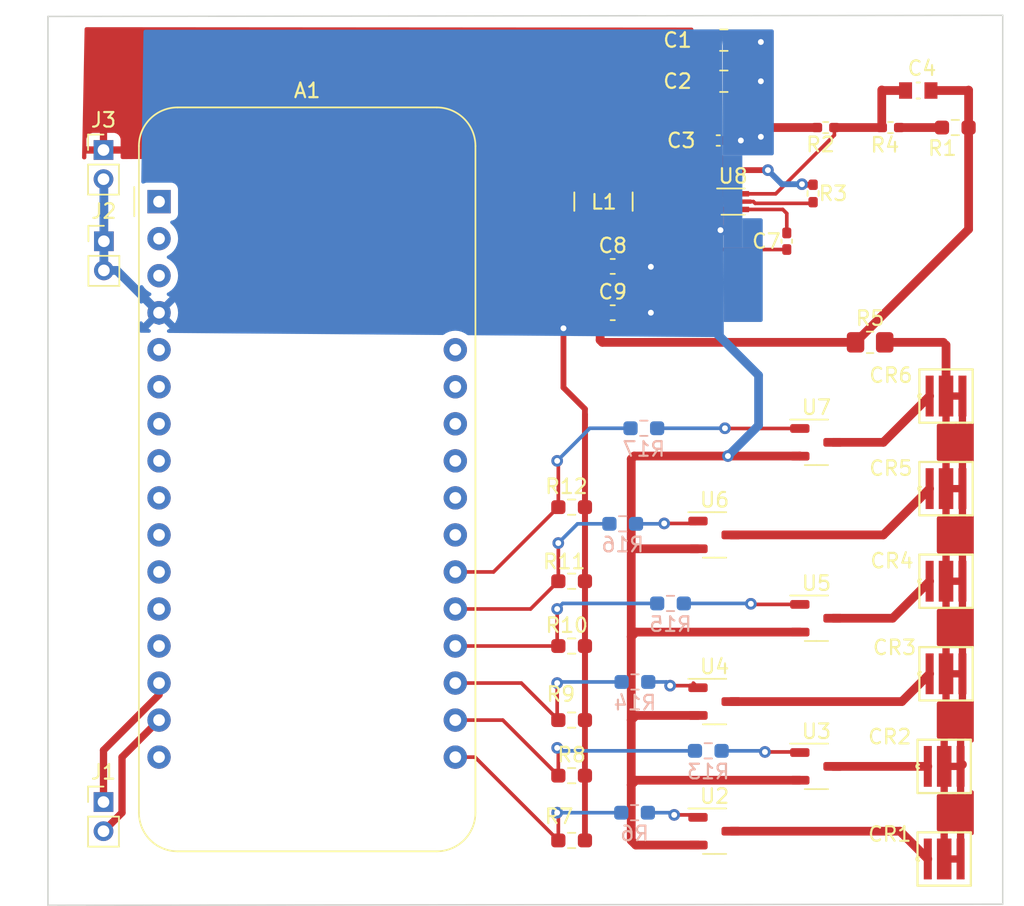
<source format=kicad_pcb>
(kicad_pcb (version 20221018) (generator pcbnew)
  (layers (0 "F.Cu" signal) (31 "B.Cu" signal) (34 "B.Paste" user) (35 "F.Paste" user) (36 "B.SilkS" user "B.Silkscreen") (37 "F.SilkS" user "F.Silkscreen") (38 "B.Mask" user) (39 "F.Mask" user) (44 "Edge.Cuts" user))
  (net 0 "")
  (net 4 "GND")
  (net 14 "RX")
  (net 15 "TX")
  (net 17 "GPIO_5")
  (net 18 "GPIO_2")
  (net 19 "GPIO_16")
  (net 20 "GPIO_0")
  (net 21 "GPIO_15")
  (net 27 "9V")
  (net 28 "GPIO_4")
  (net 29 "LED_IN")
  (net 30 "Net-(U2-D)")
  (net 31 "Net-(U3-D)")
  (net 32 "Net-(U4-D)")
  (net 33 "Net-(U5-D)")
  (net 34 "Net-(U6-D)")
  (net 35 "Net-(U7-D)")
  (net 36 "Net-(U8-SW)")
  (net 37 "Net-(U8-BST)")
  (net 38 "Net-(R1-Pad1)")
  (net 39 "Net-(U8-FB)")
  (net 40 "Net-(U8-EN)")
  (net 42 "V_OUT")
  (net 43 "GPIO_4_OUT")
  (net 44 "GPIO_5_OUT")
  (net 45 "GPIO_2_OUT")
  (net 46 "GPIO_16_OUT")
  (net 47 "GPIO_0_OUT")
  (net 48 "GPIO_15_OUT")
  (footprint "footprints:CAPC1810X80N" (layer "F.Cu") (at 73.5643 19.2278 180)
    (fp_text reference "C4" (at -0.254 1.524) (layer "F.SilkS"))
    (fp_text value "20 uF")
    (pad "1" smd rect (at -0.87 0 180) (size 0.89 1.13) (layers "F.Cu" "F.Paste" "F.Mask") (net 42 "V_OUT"))
    (pad "2" smd rect (at 0.87 0 180) (size 0.89 1.13) (layers "F.Cu" "F.Paste" "F.Mask") (net 39 "Net-(U8-FB)"))
  )
  (footprint "Resistor_SMD:R_0402_1005Metric_Pad0.72x0.64mm_HandSolder" (layer "F.Cu") (at 71.6593 21.7678 180)
    (fp_text reference "R4" (at 0.381 -1.1938) (layer "F.SilkS"))
    (fp_text value "30 kOhm")
    (pad "1" smd roundrect (at -0.5975 0 180) (size 0.715 0.64) (layers "F.Cu" "F.Paste" "F.Mask") (net 38 "Net-(R1-Pad1)"))
    (pad "2" smd roundrect (at 0.5975 0 180) (size 0.715 0.64) (layers "F.Cu" "F.Paste" "F.Mask") (net 39 "Net-(U8-FB)"))
  )
  (footprint "Resistor_SMD:R_0805_2012Metric_Pad1.20x1.40mm_HandSolder" (layer "F.Cu") (at 70.2623 36.4998)
    (fp_text reference "R5" (at 0 -1.65) (layer "F.SilkS"))
    (fp_text value "0.3 Ohm")
    (pad "1" smd roundrect (at -1 0) (size 1.2 1.4) (layers "F.Cu" "F.Paste" "F.Mask") (roundrect_rratio 0.2083333333) (net 42 "V_OUT"))
    (pad "2" smd roundrect (at 1 0) (size 1.2 1.4) (layers "F.Cu" "F.Paste" "F.Mask") (roundrect_rratio 0.2083333333) (net 29 "LED_IN"))
  )
  (footprint "footprints:DIODE_VSMA1094250_VIS" (layer "F.Cu") (at 75.4693 46.5328)
    (fp_text reference "CR5" (at -3.7846 -1.397 unlocked) (layer "F.SilkS"))
    (fp_text value "VSMA1094250")
    (pad "1" smd rect (at -1.124999 0) (size 0.55 2.799999) (layers "F.Cu" "F.Paste" "F.Mask") (net 34 "Net-(U6-D)"))
    (pad "2" smd rect (at 0 0) (size 1 2.799999) (layers "F.Cu" "F.Mask") (net 29 "LED_IN"))
    (pad "3" smd rect (at 1.124999 0) (size 0.55 2.799999) (layers "F.Cu" "F.Paste" "F.Mask") (net 29 "LED_IN"))
  )
  (footprint "Resistor_SMD:R_0603_1608Metric_Pad0.98x0.95mm_HandSolder" (layer "F.Cu") (at 49.7918 66.2178)
    (fp_text reference "R8" (at 0 -1.43) (layer "F.SilkS"))
    (fp_text value "330 Ohm")
    (pad "1" smd roundrect (at -0.9125 0) (size 0.975 0.95) (layers "F.Cu" "F.Paste" "F.Mask") (net 17 "GPIO_5"))
    (pad "2" smd roundrect (at 0.9125 0) (size 0.975 0.95) (layers "F.Cu" "F.Paste" "F.Mask") (net 4 "GND"))
  )
  (footprint "footprints:DIODE_VSMA1094250_VIS" (layer "F.Cu") (at 75.4693 59.2328)
    (fp_text reference "CR3" (at -3.5306 -1.8034 unlocked) (layer "F.SilkS"))
    (fp_text value "VSMA1094250")
    (pad "1" smd rect (at -1.124999 0) (size 0.55 2.799999) (layers "F.Cu" "F.Paste" "F.Mask") (net 32 "Net-(U4-D)"))
    (pad "2" smd rect (at 0 0) (size 1 2.799999) (layers "F.Cu" "F.Mask") (net 29 "LED_IN"))
    (pad "3" smd rect (at 1.124999 0) (size 0.55 2.799999) (layers "F.Cu" "F.Paste" "F.Mask") (net 29 "LED_IN"))
  )
  (footprint "Package_TO_SOT_SMD:SOT-23-3" (layer "F.Cu") (at 59.5943 49.7078)
    (fp_text reference "U6" (at 0 -2.4) (layer "F.SilkS"))
    (fp_text value "PJA3432-AU_R1_000A1")
    (pad "1" smd roundrect (at -1.1375 -0.95) (size 1.325 0.6) (layers "F.Cu" "F.Paste" "F.Mask") (net 47 "GPIO_0_OUT"))
    (pad "2" smd roundrect (at -1.1375 0.95) (size 1.325 0.6) (layers "F.Cu" "F.Paste" "F.Mask") (net 4 "GND"))
    (pad "3" smd roundrect (at 1.1375 0) (size 1.325 0.6) (layers "F.Cu" "F.Paste" "F.Mask") (net 34 "Net-(U6-D)"))
  )
  (footprint "Resistor_SMD:R_0603_1608Metric_Pad0.98x0.95mm_HandSolder" (layer "F.Cu") (at 76.1043 21.7678)
    (fp_text reference "R1" (at -0.889 1.4224) (layer "F.SilkS"))
    (fp_text value "1 kOhm")
    (pad "1" smd roundrect (at -0.9125 0) (size 0.975 0.95) (layers "F.Cu" "F.Paste" "F.Mask") (net 38 "Net-(R1-Pad1)"))
    (pad "2" smd roundrect (at 0.9125 0) (size 0.975 0.95) (layers "F.Cu" "F.Paste" "F.Mask") (net 42 "V_OUT"))
  )
  (footprint "Package_TO_SOT_SMD:SOT-23-3" (layer "F.Cu") (at 66.5793 55.4228)
    (fp_text reference "U5" (at 0 -2.4) (layer "F.SilkS"))
    (fp_text value "PJA3432-AU_R1_000A1")
    (pad "1" smd roundrect (at -1.1375 -0.95) (size 1.325 0.6) (layers "F.Cu" "F.Paste" "F.Mask") (net 46 "GPIO_16_OUT"))
    (pad "2" smd roundrect (at -1.1375 0.95) (size 1.325 0.6) (layers "F.Cu" "F.Paste" "F.Mask") (net 4 "GND"))
    (pad "3" smd roundrect (at 1.1375 0) (size 1.325 0.6) (layers "F.Cu" "F.Paste" "F.Mask") (net 33 "Net-(U5-D)"))
  )
  (footprint "Resistor_SMD:R_0603_1608Metric_Pad0.98x0.95mm_HandSolder" (layer "F.Cu") (at 49.7918 47.8028)
    (fp_text reference "R12" (at -0.3575 -1.4224) (layer "F.SilkS"))
    (fp_text value "330 Ohm")
    (pad "1" smd roundrect (at -0.9125 0) (size 0.975 0.95) (layers "F.Cu" "F.Paste" "F.Mask") (net 21 "GPIO_15"))
    (pad "2" smd roundrect (at 0.9125 0) (size 0.975 0.95) (layers "F.Cu" "F.Paste" "F.Mask") (net 4 "GND"))
  )
  (footprint "Package_TO_SOT_SMD:SOT-23-3" (layer "F.Cu") (at 66.5793 43.3578)
    (fp_text reference "U7" (at 0 -2.4) (layer "F.SilkS"))
    (fp_text value "PJA3432-AU_R1_000A1")
    (pad "1" smd roundrect (at -1.1375 -0.95) (size 1.325 0.6) (layers "F.Cu" "F.Paste" "F.Mask") (net 48 "GPIO_15_OUT"))
    (pad "2" smd roundrect (at -1.1375 0.95) (size 1.325 0.6) (layers "F.Cu" "F.Paste" "F.Mask") (net 4 "GND"))
    (pad "3" smd roundrect (at 1.1375 0) (size 1.325 0.6) (layers "F.Cu" "F.Paste" "F.Mask") (net 35 "Net-(U7-D)"))
  )
  (footprint "Capacitor_SMD:C_0402_1005Metric_Pad0.74x0.62mm_HandSolder" (layer "F.Cu") (at 64.5473 29.5656 90)
    (fp_text reference "C7" (at 0 -1.397 180) (layer "F.SilkS"))
    (fp_text value "0.1 uF")
    (pad "1" smd roundrect (at -0.5675 0 90) (size 0.735 0.62) (layers "F.Cu" "F.Paste" "F.Mask") (net 36 "Net-(U8-SW)"))
    (pad "2" smd roundrect (at 0.5675 0 90) (size 0.735 0.62) (layers "F.Cu" "F.Paste" "F.Mask") (net 37 "Net-(U8-BST)"))
  )
  (footprint "Connector_PinHeader_2.00mm:PinHeader_1x02_P2.00mm_Vertical" (layer "F.Cu") (at 17.6843 68.0278)
    (fp_text reference "J1" (at 0 -2.06) (layer "F.SilkS"))
    (fp_text value "NRPN021PAEN-RC")
    (pad "1" thru_hole rect (at 0 0) (size 1.35 1.35) (drill 0.8) (layers "*.Cu" "*.Mask") (net 14 "RX"))
    (pad "2" thru_hole oval (at 0 2) (size 1.35 1.35) (drill 0.8) (layers "*.Cu" "*.Mask") (net 15 "TX"))
  )
  (footprint "footprints:IND_ASPI-4020S-3R3M-T" (layer "F.Cu") (at 51.9743 26.8478 90)
    (fp_text reference "L1" (at -0.0254 0.0254 180) (layer "F.SilkS"))
    (fp_text value "3.3 uH")
    (pad "1" smd rect (at -1.5 0 90) (size 1.1 3.7) (layers "F.Cu" "F.Paste" "F.Mask") (net 42 "V_OUT"))
    (pad "2" smd rect (at 1.5 0 90) (size 1.1 3.7) (layers "F.Cu" "F.Paste" "F.Mask") (net 36 "Net-(U8-SW)"))
  )
  (footprint "Module:Adafruit_Feather" (layer "F.Cu") (at 21.4943 26.8478)
    (fp_text reference "A1" (at 10.16 -7.62) (layer "F.SilkS"))
    (fp_text value "Adafruit_Feather_HUZZAH_ESP8266")
    (pad "1" thru_hole rect (at 0 0 180) (size 1.6 1.6) (drill 0.8) (layers "*.Cu" "*.Mask"))
    (pad "2" thru_hole circle (at 0 2.54 180) (size 1.6 1.6) (drill 0.8) (layers "*.Cu" "*.Mask"))
    (pad "3" thru_hole circle (at 0 5.08 180) (size 1.6 1.6) (drill 0.8) (layers "*.Cu" "*.Mask"))
    (pad "4" thru_hole circle (at 0 7.62 180) (size 1.6 1.6) (drill 0.8) (layers "*.Cu" "*.Mask") (net 4 "GND"))
    (pad "5" thru_hole circle (at 0 10.16 180) (size 1.6 1.6) (drill 0.8) (layers "*.Cu" "*.Mask"))
    (pad "6" thru_hole circle (at 0 12.7 180) (size 1.6 1.6) (drill 0.8) (layers "*.Cu" "*.Mask"))
    (pad "7" thru_hole circle (at 0 15.24 180) (size 1.6 1.6) (drill 0.8) (layers "*.Cu" "*.Mask"))
    (pad "8" thru_hole circle (at 0 17.78 180) (size 1.6 1.6) (drill 0.8) (layers "*.Cu" "*.Mask"))
    (pad "9" thru_hole circle (at 0 20.32 180) (size 1.6 1.6) (drill 0.8) (layers "*.Cu" "*.Mask"))
    (pad "10" thru_hole circle (at 0 22.86 180) (size 1.6 1.6) (drill 0.8) (layers "*.Cu" "*.Mask"))
    (pad "11" thru_hole circle (at 0 25.4 180) (size 1.6 1.6) (drill 0.8) (layers "*.Cu" "*.Mask"))
    (pad "12" thru_hole circle (at 0 27.94 180) (size 1.6 1.6) (drill 0.8) (layers "*.Cu" "*.Mask"))
    (pad "13" thru_hole circle (at 0 30.48 180) (size 1.6 1.6) (drill 0.8) (layers "*.Cu" "*.Mask"))
    (pad "14" thru_hole circle (at 0 33.02 180) (size 1.6 1.6) (drill 0.8) (layers "*.Cu" "*.Mask") (net 14 "RX"))
    (pad "15" thru_hole circle (at 0 35.56 180) (size 1.6 1.6) (drill 0.8) (layers "*.Cu" "*.Mask") (net 15 "TX"))
    (pad "16" thru_hole circle (at 0 38.1 180) (size 1.6 1.6) (drill 0.8) (layers "*.Cu" "*.Mask"))
    (pad "17" thru_hole circle (at 20.32 38.1 180) (size 1.6 1.6) (drill 0.8) (layers "*.Cu" "*.Mask") (net 28 "GPIO_4"))
    (pad "18" thru_hole circle (at 20.32 35.56 180) (size 1.6 1.6) (drill 0.8) (layers "*.Cu" "*.Mask") (net 17 "GPIO_5"))
    (pad "19" thru_hole circle (at 20.32 33.02 180) (size 1.6 1.6) (drill 0.8) (layers "*.Cu" "*.Mask") (net 18 "GPIO_2"))
    (pad "20" thru_hole circle (at 20.32 30.48 180) (size 1.6 1.6) (drill 0.8) (layers "*.Cu" "*.Mask") (net 19 "GPIO_16"))
    (pad "21" thru_hole circle (at 20.32 27.94 180) (size 1.6 1.6) (drill 0.8) (layers "*.Cu" "*.Mask") (net 20 "GPIO_0"))
    (pad "22" thru_hole circle (at 20.32 25.4 180) (size 1.6 1.6) (drill 0.8) (layers "*.Cu" "*.Mask") (net 21 "GPIO_15"))
    (pad "23" thru_hole circle (at 20.32 22.86 180) (size 1.6 1.6) (drill 0.8) (layers "*.Cu" "*.Mask"))
    (pad "24" thru_hole circle (at 20.32 20.32 180) (size 1.6 1.6) (drill 0.8) (layers "*.Cu" "*.Mask"))
    (pad "25" thru_hole circle (at 20.32 17.78 180) (size 1.6 1.6) (drill 0.8) (layers "*.Cu" "*.Mask"))
    (pad "26" thru_hole circle (at 20.32 15.24 180) (size 1.6 1.6) (drill 0.8) (layers "*.Cu" "*.Mask"))
    (pad "27" thru_hole circle (at 20.32 12.7 180) (size 1.6 1.6) (drill 0.8) (layers "*.Cu" "*.Mask"))
    (pad "28" thru_hole circle (at 20.32 10.16 180) (size 1.6 1.6) (drill 0.8) (layers "*.Cu" "*.Mask"))
  )
  (footprint "Resistor_SMD:R_0402_1005Metric_Pad0.72x0.64mm_HandSolder" (layer "F.Cu") (at 66.3507 26.289 -90)
    (fp_text reference "R3" (at 0 -1.3716 -180) (layer "F.SilkS"))
    (fp_text value "10 kOhm")
    (pad "1" smd roundrect (at -0.5975 0 270) (size 0.715 0.64) (layers "F.Cu" "F.Paste" "F.Mask") (net 27 "9V"))
    (pad "2" smd roundrect (at 0.5975 0 270) (size 0.715 0.64) (layers "F.Cu" "F.Paste" "F.Mask") (net 40 "Net-(U8-EN)"))
  )
  (footprint "Resistor_SMD:R_0603_1608Metric_Pad0.98x0.95mm_HandSolder" (layer "F.Cu") (at 49.7918 62.4078)
    (fp_text reference "R9" (at -0.7385 -1.778) (layer "F.SilkS"))
    (fp_text value "330 Ohm")
    (pad "1" smd roundrect (at -0.9125 0) (size 0.975 0.95) (layers "F.Cu" "F.Paste" "F.Mask") (net 18 "GPIO_2"))
    (pad "2" smd roundrect (at 0.9125 0) (size 0.975 0.95) (layers "F.Cu" "F.Paste" "F.Mask") (net 4 "GND"))
  )
  (footprint "Resistor_SMD:R_0603_1608Metric_Pad0.98x0.95mm_HandSolder" (layer "F.Cu") (at 49.7918 57.3278)
    (fp_text reference "R10" (at -0.3321 -1.4224) (layer "F.SilkS"))
    (fp_text value "330 Ohm")
    (pad "1" smd roundrect (at -0.9125 0) (size 0.975 0.95) (layers "F.Cu" "F.Paste" "F.Mask") (net 19 "GPIO_16"))
    (pad "2" smd roundrect (at 0.9125 0) (size 0.975 0.95) (layers "F.Cu" "F.Paste" "F.Mask") (net 4 "GND"))
  )
  (footprint "Package_TO_SOT_SMD:SOT-23-3" (layer "F.Cu") (at 66.5793 65.5828)
    (fp_text reference "U3" (at 0 -2.4) (layer "F.SilkS"))
    (fp_text value "PJA3432-AU_R1_000A1")
    (pad "1" smd roundrect (at -1.1375 -0.95) (size 1.325 0.6) (layers "F.Cu" "F.Paste" "F.Mask") (net 44 "GPIO_5_OUT"))
    (pad "2" smd roundrect (at -1.1375 0.95) (size 1.325 0.6) (layers "F.Cu" "F.Paste" "F.Mask") (net 4 "GND"))
    (pad "3" smd roundrect (at 1.1375 0) (size 1.325 0.6) (layers "F.Cu" "F.Paste" "F.Mask") (net 31 "Net-(U3-D)"))
  )
  (footprint "Connector_PinHeader_2.00mm:PinHeader_1x02_P2.00mm_Vertical" (layer "F.Cu") (at 17.7107 29.5666)
    (fp_text reference "J2" (at 0 -2.06) (layer "F.SilkS"))
    (fp_text value "NRPN021PAEN-RC")
    (pad "1" thru_hole rect (at 0 0) (size 1.35 1.35) (drill 0.8) (layers "*.Cu" "*.Mask") (net 4 "GND"))
    (pad "2" thru_hole oval (at 0 2) (size 1.35 1.35) (drill 0.8) (layers "*.Cu" "*.Mask") (net 4 "GND"))
  )
  (footprint "Resistor_SMD:R_0603_1608Metric_Pad0.98x0.95mm_HandSolder" (layer "F.Cu") (at 49.7918 52.8828)
    (fp_text reference "R11" (at -0.5099 -1.3462) (layer "F.SilkS"))
    (fp_text value "330 Ohm")
    (pad "1" smd roundrect (at -0.9125 0) (size 0.975 0.95) (layers "F.Cu" "F.Paste" "F.Mask") (net 20 "GPIO_0"))
    (pad "2" smd roundrect (at 0.9125 0) (size 0.975 0.95) (layers "F.Cu" "F.Paste" "F.Mask") (net 4 "GND"))
  )
  (footprint "footprints:DIODE_VSMA1094250_VIS" (layer "F.Cu") (at 75.4693 52.8828)
    (fp_text reference "CR4" (at -3.7084 -1.397 unlocked) (layer "F.SilkS"))
    (fp_text value "VSMA1094250")
    (pad "1" smd rect (at -1.124999 0) (size 0.55 2.799999) (layers "F.Cu" "F.Paste" "F.Mask") (net 33 "Net-(U5-D)"))
    (pad "2" smd rect (at 0 0) (size 1 2.799999) (layers "F.Cu" "F.Mask") (net 29 "LED_IN"))
    (pad "3" smd rect (at 1.124999 0) (size 0.55 2.799999) (layers "F.Cu" "F.Paste" "F.Mask") (net 29 "LED_IN"))
  )
  (footprint "Capacitor_SMD:C_0805_2012Metric_Pad1.18x1.45mm_HandSolder" (layer "F.Cu") (at 60.2293 18.5928)
    (fp_text reference "C2" (at -3.175 0) (layer "F.SilkS"))
    (fp_text value "10 uF")
    (pad "1" smd roundrect (at -1.0375 0) (size 1.175 1.45) (layers "F.Cu" "F.Paste" "F.Mask") (roundrect_rratio 0.2127659574) (net 27 "9V"))
    (pad "2" smd roundrect (at 1.0375 0) (size 1.175 1.45) (layers "F.Cu" "F.Paste" "F.Mask") (roundrect_rratio 0.2127659574) (net 4 "GND"))
  )
  (footprint "Connector_PinHeader_2.00mm:PinHeader_1x02_P2.00mm_Vertical" (layer "F.Cu") (at 17.6843 23.3078)
    (fp_text reference "J3" (at 0 -2.06) (layer "F.SilkS"))
    (fp_text value "NRPN021PAEN-RC")
    (pad "1" thru_hole rect (at 0 0) (size 1.35 1.35) (drill 0.8) (layers "*.Cu" "*.Mask") (net 27 "9V"))
    (pad "2" thru_hole oval (at 0 2) (size 1.35 1.35) (drill 0.8) (layers "*.Cu" "*.Mask") (net 4 "GND"))
  )
  (footprint "footprints:DIODE_VSMA1094250_VIS" (layer "F.Cu") (at 75.3423 71.9328)
    (fp_text reference "CR1" (at -3.7338 -1.7018 unlocked) (layer "F.SilkS"))
    (fp_text value "VSMA1094250")
    (pad "1" smd rect (at -1.124999 0) (size 0.55 2.799999) (layers "F.Cu" "F.Paste" "F.Mask") (net 30 "Net-(U2-D)"))
    (pad "2" smd rect (at 0 0) (size 1 2.799999) (layers "F.Cu" "F.Mask") (net 29 "LED_IN"))
    (pad "3" smd rect (at 1.124999 0) (size 0.55 2.799999) (layers "F.Cu" "F.Paste" "F.Mask") (net 29 "LED_IN"))
  )
  (footprint "Capacitor_SMD:C_0402_1005Metric_Pad0.74x0.62mm_HandSolder" (layer "F.Cu") (at 59.8483 22.6568)
    (fp_text reference "C3" (at -2.54 0) (layer "F.SilkS"))
    (fp_text value "0.1 uF")
    (pad "1" smd roundrect (at -0.5675 0) (size 0.735 0.62) (layers "F.Cu" "F.Paste" "F.Mask") (net 27 "9V"))
    (pad "2" smd roundrect (at 0.5675 0) (size 0.735 0.62) (layers "F.Cu" "F.Paste" "F.Mask") (net 4 "GND"))
  )
  (footprint "Resistor_SMD:R_0603_1608Metric_Pad0.98x0.95mm_HandSolder" (layer "F.Cu") (at 49.7918 70.6628)
    (fp_text reference "R7" (at -0.8655 -1.651) (layer "F.SilkS"))
    (fp_text value "330 Ohm")
    (pad "1" smd roundrect (at -0.9125 0) (size 0.975 0.95) (layers "F.Cu" "F.Paste" "F.Mask") (net 28 "GPIO_4"))
    (pad "2" smd roundrect (at 0.9125 0) (size 0.975 0.95) (layers "F.Cu" "F.Paste" "F.Mask") (net 4 "GND"))
  )
  (footprint "Package_TO_SOT_SMD:SOT-23-3" (layer "F.Cu") (at 59.5943 61.1378)
    (fp_text reference "U4" (at 0 -2.4) (layer "F.SilkS"))
    (fp_text value "PJA3432-AU_R1_000A1")
    (pad "1" smd roundrect (at -1.1375 -0.95) (size 1.325 0.6) (layers "F.Cu" "F.Paste" "F.Mask") (net 45 "GPIO_2_OUT"))
    (pad "2" smd roundrect (at -1.1375 0.95) (size 1.325 0.6) (layers "F.Cu" "F.Paste" "F.Mask") (net 4 "GND"))
    (pad "3" smd roundrect (at 1.1375 0) (size 1.325 0.6) (layers "F.Cu" "F.Paste" "F.Mask") (net 32 "Net-(U4-D)"))
  )
  (footprint "Package_TO_SOT_SMD:SOT-23-3" (layer "F.Cu") (at 59.5943 70.0278)
    (fp_text reference "U2" (at 0 -2.4) (layer "F.SilkS"))
    (fp_text value "PJA3432-AU_R1_000A1")
    (pad "1" smd roundrect (at -1.1375 -0.95) (size 1.325 0.6) (layers "F.Cu" "F.Paste" "F.Mask") (net 43 "GPIO_4_OUT"))
    (pad "2" smd roundrect (at -1.1375 0.95) (size 1.325 0.6) (layers "F.Cu" "F.Paste" "F.Mask") (net 4 "GND"))
    (pad "3" smd roundrect (at 1.1375 0) (size 1.325 0.6) (layers "F.Cu" "F.Paste" "F.Mask") (net 30 "Net-(U2-D)"))
  )
  (footprint "Package_TO_SOT_SMD:SOT-666" (layer "F.Cu") (at 60.8643 26.8478)
    (fp_text reference "U8" (at 0 -1.75) (layer "F.SilkS"))
    (fp_text value "TPS562207DRLR")
    (pad "1" smd rect (at -0.85 -0.5375) (size 0.5 0.375) (layers "F.Cu" "F.Paste" "F.Mask") (net 27 "9V"))
    (pad "2" smd rect (at -0.925 0) (size 0.65 0.3) (layers "F.Cu" "F.Paste" "F.Mask") (net 36 "Net-(U8-SW)"))
    (pad "3" smd rect (at -0.85 0.5375) (size 0.5 0.375) (layers "F.Cu" "F.Paste" "F.Mask") (net 4 "GND"))
    (pad "4" smd rect (at 0.85 0.5375) (size 0.5 0.375) (layers "F.Cu" "F.Paste" "F.Mask") (net 37 "Net-(U8-BST)"))
    (pad "5" smd rect (at 0.925 0) (size 0.65 0.3) (layers "F.Cu" "F.Paste" "F.Mask") (net 40 "Net-(U8-EN)"))
    (pad "6" smd rect (at 0.85 -0.5375) (size 0.5 0.375) (layers "F.Cu" "F.Paste" "F.Mask") (net 39 "Net-(U8-FB)"))
  )
  (footprint "Capacitor_SMD:C_0603_1608Metric_Pad1.08x0.95mm_HandSolder" (layer "F.Cu") (at 52.6093 31.2928)
    (fp_text reference "C8" (at 0 -1.43) (layer "F.SilkS"))
    (fp_text value "22 uF")
    (pad "1" smd roundrect (at -0.8625 0) (size 1.075 0.95) (layers "F.Cu" "F.Paste" "F.Mask") (net 42 "V_OUT"))
    (pad "2" smd roundrect (at 0.8625 0) (size 1.075 0.95) (layers "F.Cu" "F.Paste" "F.Mask") (net 4 "GND"))
  )
  (footprint "footprints:DIODE_VSMA1094250_VIS" (layer "F.Cu") (at 75.3423 65.5828)
    (fp_text reference "CR2" (at -3.7338 -2.032 unlocked) (layer "F.SilkS"))
    (fp_text value "VSMA1094250")
    (pad "1" smd rect (at -1.124999 0) (size 0.55 2.799999) (layers "F.Cu" "F.Paste" "F.Mask") (net 31 "Net-(U3-D)"))
    (pad "2" smd rect (at 0 0) (size 1 2.799999) (layers "F.Cu" "F.Mask") (net 29 "LED_IN"))
    (pad "3" smd rect (at 1.124999 0) (size 0.55 2.799999) (layers "F.Cu" "F.Paste" "F.Mask") (net 29 "LED_IN"))
  )
  (footprint "footprints:DIODE_VSMA1094250_VIS" (layer "F.Cu") (at 75.4693 40.1828)
    (fp_text reference "CR6" (at -3.7846 -1.4224 unlocked) (layer "F.SilkS"))
    (fp_text value "VSMA1094250")
    (pad "1" smd rect (at -1.124999 0) (size 0.55 2.799999) (layers "F.Cu" "F.Paste" "F.Mask") (net 35 "Net-(U7-D)"))
    (pad "2" smd rect (at 0 0) (size 1 2.799999) (layers "F.Cu" "F.Mask") (net 29 "LED_IN"))
    (pad "3" smd rect (at 1.124999 0) (size 0.55 2.799999) (layers "F.Cu" "F.Paste" "F.Mask") (net 29 "LED_IN"))
  )
  (footprint "Resistor_SMD:R_0402_1005Metric_Pad0.72x0.64mm_HandSolder" (layer "F.Cu") (at 67.2143 21.7678 180)
    (fp_text reference "R2" (at 0.3556 -1.1684 180) (layer "F.SilkS"))
    (fp_text value "10 kOhm")
    (pad "1" smd roundrect (at -0.5975 0 180) (size 0.715 0.64) (layers "F.Cu" "F.Paste" "F.Mask") (net 39 "Net-(U8-FB)"))
    (pad "2" smd roundrect (at 0.5975 0 180) (size 0.715 0.64) (layers "F.Cu" "F.Paste" "F.Mask") (net 4 "GND"))
  )
  (footprint "Capacitor_SMD:C_0805_2012Metric_Pad1.18x1.45mm_HandSolder" (layer "F.Cu") (at 60.2293 15.7734)
    (fp_text reference "C1" (at -3.175 0) (layer "F.SilkS"))
    (fp_text value "10 uF")
    (pad "1" smd roundrect (at -1.0375 0) (size 1.175 1.45) (layers "F.Cu" "F.Paste" "F.Mask") (roundrect_rratio 0.2127659574) (net 27 "9V"))
    (pad "2" smd roundrect (at 1.0375 0) (size 1.175 1.45) (layers "F.Cu" "F.Paste" "F.Mask") (roundrect_rratio 0.2127659574) (net 4 "GND"))
  )
  (footprint "Capacitor_SMD:C_0603_1608Metric_Pad1.08x0.95mm_HandSolder" (layer "F.Cu") (at 52.6093 34.4678)
    (fp_text reference "C9" (at 0 -1.43) (layer "F.SilkS"))
    (fp_text value "22 uF")
    (pad "1" smd roundrect (at -0.8625 0) (size 1.075 0.95) (layers "F.Cu" "F.Paste" "F.Mask") (net 42 "V_OUT"))
    (pad "2" smd roundrect (at 0.8625 0) (size 1.075 0.95) (layers "F.Cu" "F.Paste" "F.Mask") (net 4 "GND"))
  )
  (footprint "Resistor_SMD:R_0603_1608Metric_Pad0.98x0.95mm_HandSolder" (layer "B.Cu") (at 54.1333 59.7916)
    (fp_text reference "R14" (at 0 1.43) (layer "B.SilkS") (effects (justify mirror)))
    (fp_text value "50 Ohm")
    (pad "1" smd roundrect (at -0.9125 0) (size 0.975 0.95) (layers "B.Cu" "B.Paste" "B.Mask") (net 18 "GPIO_2"))
    (pad "2" smd roundrect (at 0.9125 0) (size 0.975 0.95) (layers "B.Cu" "B.Paste" "B.Mask") (net 45 "GPIO_2_OUT"))
  )
  (footprint "Resistor_SMD:R_0603_1608Metric_Pad0.98x0.95mm_HandSolder" (layer "B.Cu") (at 54.7429 42.3926)
    (fp_text reference "R17" (at 0 1.43) (layer "B.SilkS") (effects (justify mirror)))
    (fp_text value "50 Ohm")
    (pad "1" smd roundrect (at -0.9125 0) (size 0.975 0.95) (layers "B.Cu" "B.Paste" "B.Mask") (net 21 "GPIO_15"))
    (pad "2" smd roundrect (at 0.9125 0) (size 0.975 0.95) (layers "B.Cu" "B.Paste" "B.Mask") (net 48 "GPIO_15_OUT"))
  )
  (footprint "Resistor_SMD:R_0603_1608Metric_Pad0.98x0.95mm_HandSolder" (layer "B.Cu") (at 59.1625 64.516)
    (fp_text reference "R13" (at 0 1.43) (layer "B.SilkS") (effects (justify mirror)))
    (fp_text value "50 Ohm")
    (pad "1" smd roundrect (at -0.9125 0) (size 0.975 0.95) (layers "B.Cu" "B.Paste" "B.Mask") (net 17 "GPIO_5"))
    (pad "2" smd roundrect (at 0.9125 0) (size 0.975 0.95) (layers "B.Cu" "B.Paste" "B.Mask") (net 44 "GPIO_5_OUT"))
  )
  (footprint "Resistor_SMD:R_0603_1608Metric_Pad0.98x0.95mm_HandSolder" (layer "B.Cu") (at 53.2951 48.9458)
    (fp_text reference "R16" (at 0 1.43) (layer "B.SilkS") (effects (justify mirror)))
    (fp_text value "50 Ohm")
    (pad "1" smd roundrect (at -0.9125 0) (size 0.975 0.95) (layers "B.Cu" "B.Paste" "B.Mask") (net 20 "GPIO_0"))
    (pad "2" smd roundrect (at 0.9125 0) (size 0.975 0.95) (layers "B.Cu" "B.Paste" "B.Mask") (net 47 "GPIO_0_OUT"))
  )
  (footprint "Resistor_SMD:R_0603_1608Metric_Pad0.98x0.95mm_HandSolder" (layer "B.Cu") (at 54.1079 68.7578)
    (fp_text reference "R6" (at 0 1.43) (layer "B.SilkS") (effects (justify mirror)))
    (fp_text value "50 Ohm")
    (pad "1" smd roundrect (at -0.9125 0) (size 0.975 0.95) (layers "B.Cu" "B.Paste" "B.Mask") (net 28 "GPIO_4"))
    (pad "2" smd roundrect (at 0.9125 0) (size 0.975 0.95) (layers "B.Cu" "B.Paste" "B.Mask") (net 43 "GPIO_4_OUT"))
  )
  (footprint "Resistor_SMD:R_0603_1608Metric_Pad0.98x0.95mm_HandSolder" (layer "B.Cu") (at 56.5717 54.4068)
    (fp_text reference "R15" (at 0 1.43) (layer "B.SilkS") (effects (justify mirror)))
    (fp_text value "50 Ohm")
    (pad "1" smd roundrect (at -0.9125 0) (size 0.975 0.95) (layers "B.Cu" "B.Paste" "B.Mask") (net 19 "GPIO_16"))
    (pad "2" smd roundrect (at 0.9125 0) (size 0.975 0.95) (layers "B.Cu" "B.Paste" "B.Mask") (net 46 "GPIO_16_OUT"))
  )
  (gr_line (start 13.8743 75.1078) (end 13.8743 14.1478) (stroke (width 0.1)) (layer "Edge.Cuts"))
  (gr_line (start 13.8743 14.1478) (end 79.3555 14.0716) (stroke (width 0.1)) (layer "Edge.Cuts"))
  (gr_line (start 79.3555 14.0716) (end 79.3555 75.0316) (stroke (width 0.1)) (layer "Edge.Cuts"))
  (gr_line (start 79.3555 75.0316) (end 13.8743 75.1078) (stroke (width 0.1)) (layer "Edge.Cuts"))
  (segment (start 50.7043 70.6628) (end 50.7043 66.2178) (width 0.4) (layer "F.Cu") (net 4))
  (segment (start 49.2311 35.5346) (end 49.2311 39.5986) (width 0.4) (layer "F.Cu") (net 4))
  (segment (start 53.8793 50.7238) (end 53.8793 44.5008) (width 0.6) (layer "F.Cu") (net 4))
  (segment (start 53.4718 34.4678) (end 55.2255 34.4678) (width 0.4) (layer "F.Cu") (net 4))
  (segment (start 53.8793 56.6928) (end 53.8793 62.4078) (width 0.6) (layer "F.Cu") (net 4))
  (segment (start 53.8793 62.4078) (end 53.8793 66.8528) (width 0.6) (layer "F.Cu") (net 4))
  (segment (start 60.0143 28.79) (end 60.0143 27.3853) (width 0.4) (layer "F.Cu") (net 4))
  (segment (start 62.6423 15.7734) (end 62.7693 15.9004) (width 0.4) (layer "F.Cu") (net 4))
  (segment (start 53.8793 70.6628) (end 54.1943 70.9778) (width 0.6) (layer "F.Cu") (net 4))
  (segment (start 53.9453 50.6578) (end 53.8793 50.7238) (width 0.25) (layer "F.Cu") (net 4))
  (segment (start 50.7043 57.3278) (end 50.7043 52.8828) (width 0.4) (layer "F.Cu") (net 4))
  (segment (start 53.8793 66.8528) (end 54.1993 66.5328) (width 0.6) (layer "F.Cu") (net 4))
  (segment (start 58.4568 50.6578) (end 53.9453 50.6578) (width 0.6) (layer "F.Cu") (net 4))
  (segment (start 65.4316 44.2976) (end 65.4418 44.3078) (width 0.6) (layer "F.Cu") (net 4))
  (segment (start 53.8793 62.4078) (end 54.1993 62.0878) (width 0.6) (layer "F.Cu") (net 4))
  (segment (start 54.1993 62.0878) (end 58.4568 62.0878) (width 0.6) (layer "F.Cu") (net 4))
  (segment (start 54.1993 56.3728) (end 65.4418 56.3728) (width 0.6) (layer "F.Cu") (net 4))
  (segment (start 50.7043 66.2178) (end 50.7043 62.4078) (width 0.4) (layer "F.Cu") (net 4))
  (segment (start 60.4158 22.6568) (end 61.3977 22.6568) (width 0.4) (layer "F.Cu") (net 4))
  (segment (start 61.2668 15.7734) (end 62.6423 15.7734) (width 0.4) (layer "F.Cu") (net 4))
  (segment (start 66.6168 21.7678) (end 63.4043 21.7678) (width 0.6) (layer "F.Cu") (net 4))
  (segment (start 53.8793 50.7238) (end 53.8793 56.6928) (width 0.6) (layer "F.Cu") (net 4))
  (segment (start 53.8793 44.5008) (end 54.0825 44.2976) (width 0.6) (layer "F.Cu") (net 4))
  (segment (start 63.4043 21.7678) (end 62.7693 22.4028) (width 0.6) (layer "F.Cu") (net 4))
  (segment (start 50.7043 41.4528) (end 50.7043 62.4078) (width 0.4) (layer "F.Cu") (net 4))
  (segment (start 54.1993 66.5328) (end 65.4418 66.5328) (width 0.6) (layer "F.Cu") (net 4))
  (segment (start 53.4718 31.2928) (end 55.2001 31.2928) (width 0.4) (layer "F.Cu") (net 4))
  (segment (start 60.0007 28.8036) (end 60.0143 28.79) (width 0.4) (layer "F.Cu") (net 4))
  (segment (start 54.0825 44.2976) (end 60.5087 44.2976) (width 0.6) (layer "F.Cu") (net 4))
  (segment (start 50.7043 41.0718) (end 50.7043 41.4528) (width 0.4) (layer "F.Cu") (net 4))
  (segment (start 50.7043 62.4078) (end 50.7043 57.3278) (width 0.4) (layer "F.Cu") (net 4))
  (segment (start 49.2311 39.5986) (end 50.7043 41.0718) (width 0.4) (layer "F.Cu") (net 4))
  (segment (start 50.7043 47.8028) (end 50.7043 41.4528) (width 0.4) (layer "F.Cu") (net 4))
  (segment (start 54.1943 70.9778) (end 58.4568 70.9778) (width 0.6) (layer "F.Cu") (net 4))
  (segment (start 53.8793 66.8528) (end 53.8793 70.6628) (width 0.6) (layer "F.Cu") (net 4))
  (segment (start 61.2668 18.5928) (end 62.7693 18.5928) (width 0.4) (layer "F.Cu") (net 4))
  (segment (start 50.7043 52.8828) (end 50.7043 47.8028) (width 0.4) (layer "F.Cu") (net 4))
  (segment (start 60.5087 44.2976) (end 65.4316 44.2976) (width 0.6) (layer "F.Cu") (net 4))
  (segment (start 55.2001 31.2928) (end 55.2255 31.3182) (width 0.4) (layer "F.Cu") (net 4))
  (segment (start 53.8793 56.6928) (end 54.1993 56.3728) (width 0.6) (layer "F.Cu") (net 4))
  (via (at 61.3977 22.6568) (size 0.8) (drill 0.4) (layers "F.Cu" "B.Cu") (net 4))
  (via (at 55.2255 31.3182) (size 0.8) (drill 0.4) (layers "F.Cu" "B.Cu") (net 4))
  (via (at 55.2255 34.4678) (size 0.8) (drill 0.4) (layers "F.Cu" "B.Cu") (net 4))
  (via (at 62.7693 15.9004) (size 0.8) (drill 0.4) (layers "F.Cu" "B.Cu") (net 4))
  (via (at 62.7693 18.5928) (size 0.8) (drill 0.4) (layers "F.Cu" "B.Cu") (net 4))
  (via (at 49.2311 35.5346) (size 0.8) (drill 0.4) (layers "F.Cu" "B.Cu") (net 4))
  (via (at 60.5087 44.2976) (size 0.8) (drill 0.4) (layers "F.Cu" "B.Cu") (net 4))
  (via (at 60.0007 28.8036) (size 0.8) (drill 0.4) (layers "F.Cu" "B.Cu") (net 4))
  (via (at 62.7693 22.4028) (size 0.8) (drill 0.4) (layers "F.Cu" "B.Cu") (net 4))
  (segment (start 21.4943 35.1028) (end 21.4943 34.4678) (width 0.4) (layer "B.Cu") (net 4))
  (segment (start 62.611 38.7604) (end 58.42 34.5694) (width 0.6) (layer "B.Cu") (net 4))
  (segment (start 17.7107 31.5666) (end 18.5931 31.5666) (width 0.6) (layer "B.Cu") (net 4))
  (segment (start 55.2255 34.7726) (end 55.2255 34.4678) (width 0.4) (layer "B.Cu") (net 4))
  (segment (start 62.611 42.1953) (end 62.611 38.7604) (width 0.6) (layer "B.Cu") (net 4))
  (segment (start 60.5087 44.2976) (end 62.611 42.1953) (width 0.6) (layer "B.Cu") (net 4))
  (segment (start 17.7107 31.5666) (end 17.7107 29.5666) (width 0.6) (layer "B.Cu") (net 4))
  (segment (start 17.7107 25.3342) (end 17.6843 25.3078) (width 0.4) (layer "B.Cu") (net 4))
  (segment (start 18.5931 31.5666) (end 21.4943 34.4678) (width 0.6) (layer "B.Cu") (net 4))
  (segment (start 17.7107 29.5666) (end 17.7107 25.3342) (width 0.6) (layer "B.Cu") (net 4))
  (segment (start 60.5595 44.2976) (end 60.5087 44.2976) (width 0.6) (layer "B.Cu") (net 4))
  (segment (start 21.4943 59.8678) (end 21.4943 60.6678) (width 0.5) (layer "F.Cu") (net 14))
  (segment (start 17.6843 64.4778) (end 17.6843 68.0278) (width 0.5) (layer "F.Cu") (net 14))
  (segment (start 21.4943 60.6678) (end 17.6843 64.4778) (width 0.5) (layer "F.Cu") (net 14))
  (segment (start 18.9543 64.9478) (end 18.9543 68.7578) (width 0.5) (layer "F.Cu") (net 15))
  (segment (start 18.9543 68.7578) (end 17.6843 70.0278) (width 0.5) (layer "F.Cu") (net 15))
  (segment (start 21.4943 62.4078) (end 18.9543 64.9478) (width 0.5) (layer "F.Cu") (net 15))
  (segment (start 45.0693 62.4078) (end 48.8793 66.2178) (width 0.25) (layer "F.Cu") (net 17))
  (segment (start 48.8793 64.3928) (end 48.8793 66.2178) (width 0.25) (layer "F.Cu") (net 17))
  (segment (start 41.8143 62.4078) (end 45.0693 62.4078) (width 0.25) (layer "F.Cu") (net 17))
  (segment (start 48.7993 64.3128) (end 48.8793 64.3928) (width 0.25) (layer "F.Cu") (net 17))
  (via (at 48.7993 64.3128) (size 0.8) (drill 0.4) (layers "F.Cu" "B.Cu") (net 17))
  (segment (start 48.7993 64.3128) (end 49.0025 64.516) (width 0.25) (layer "B.Cu") (net 17))
  (segment (start 49.0025 64.516) (end 58.25 64.516) (width 0.25) (layer "B.Cu") (net 17))
  (segment (start 41.8143 59.8678) (end 46.3393 59.8678) (width 0.25) (layer "F.Cu") (net 18))
  (segment (start 48.7993 59.8678) (end 48.7993 62.2643) (width 0.25) (layer "F.Cu") (net 18))
  (segment (start 48.7993 62.2643) (end 48.8793 62.3443) (width 0.25) (layer "F.Cu") (net 18))
  (segment (start 48.8793 62.3443) (end 48.8793 62.4078) (width 0.25) (layer "F.Cu") (net 18))
  (segment (start 46.3393 59.8678) (end 48.8793 62.4078) (width 0.25) (layer "F.Cu") (net 18))
  (via (at 48.7993 59.8678) (size 0.8) (drill 0.4) (layers "F.Cu" "B.Cu") (net 18))
  (segment (start 48.8755 59.7916) (end 53.2208 59.7916) (width 0.25) (layer "B.Cu") (net 18))
  (segment (start 48.7993 59.8678) (end 48.8755 59.7916) (width 0.25) (layer "B.Cu") (net 18))
  (segment (start 48.7993 57.2478) (end 48.8793 57.3278) (width 0.25) (layer "F.Cu") (net 19))
  (segment (start 48.7993 54.7878) (end 48.7993 57.2478) (width 0.25) (layer "F.Cu") (net 19))
  (segment (start 41.8143 57.3278) (end 48.8793 57.3278) (width 0.25) (layer "F.Cu") (net 19))
  (via (at 48.7993 54.7878) (size 0.8) (drill 0.4) (layers "F.Cu" "B.Cu") (net 19))
  (segment (start 49.1803 54.4068) (end 55.6592 54.4068) (width 0.25) (layer "B.Cu") (net 19))
  (segment (start 48.7993 54.7878) (end 49.1803 54.4068) (width 0.25) (layer "B.Cu") (net 19))
  (segment (start 46.9743 54.7878) (end 48.8793 52.8828) (width 0.25) (layer "F.Cu") (net 20))
  (segment (start 48.8755 50.2666) (end 48.8793 50.2704) (width 0.25) (layer "F.Cu") (net 20))
  (segment (start 48.8793 50.2704) (end 48.8793 52.8828) (width 0.25) (layer "F.Cu") (net 20))
  (segment (start 41.8143 54.7878) (end 46.9743 54.7878) (width 0.25) (layer "F.Cu") (net 20))
  (via (at 48.8755 50.2666) (size 0.8) (drill 0.4) (layers "F.Cu" "B.Cu") (net 20))
  (segment (start 50.1963 48.9458) (end 52.3826 48.9458) (width 0.25) (layer "B.Cu") (net 20))
  (segment (start 48.8755 50.2666) (end 50.1963 48.9458) (width 0.25) (layer "B.Cu") (net 20))
  (segment (start 48.8793 44.7078) (end 48.8793 47.8028) (width 0.25) (layer "F.Cu") (net 21))
  (segment (start 48.7993 44.6278) (end 48.8793 44.7078) (width 0.25) (layer "F.Cu") (net 21))
  (segment (start 44.4343 52.2478) (end 48.8793 47.8028) (width 0.25) (layer "F.Cu") (net 21))
  (segment (start 41.8143 52.2478) (end 44.4343 52.2478) (width 0.25) (layer "F.Cu") (net 21))
  (via (at 48.7993 44.6278) (size 0.8) (drill 0.4) (layers "F.Cu" "B.Cu") (net 21))
  (segment (start 48.7993 44.6278) (end 51.0345 42.3926) (width 0.25) (layer "B.Cu") (net 21))
  (segment (start 51.0345 42.3926) (end 53.8304 42.3926) (width 0.25) (layer "B.Cu") (net 21))
  (segment (start 63.2519 24.6888) (end 59.8991 24.6888) (width 0.4) (layer "F.Cu") (net 27))
  (segment (start 65.6262 25.6915) (end 65.5887 25.654) (width 0.4) (layer "F.Cu") (net 27))
  (segment (start 60.0143 25.6676) (end 59.7467 25.4) (width 0.4) (layer "F.Cu") (net 27))
  (segment (start 60.0143 26.3103) (end 60.0143 25.6676) (width 0.4) (layer "F.Cu") (net 27))
  (segment (start 66.3507 25.6915) (end 65.6262 25.6915) (width 0.4) (layer "F.Cu") (net 27))
  (via (at 65.5887 25.654) (size 0.8) (drill 0.4) (layers "F.Cu" "B.Cu") (net 27))
  (via (at 63.2519 24.6888) (size 0.8) (drill 0.4) (layers "F.Cu" "B.Cu") (net 27))
  (segment (start 64.2171 25.654) (end 63.2519 24.6888) (width 0.4) (layer "B.Cu") (net 27))
  (segment (start 65.5887 25.654) (end 64.2171 25.654) (width 0.4) (layer "B.Cu") (net 27))
  (segment (start 48.8793 68.8378) (end 48.8793 70.6628) (width 0.25) (layer "F.Cu") (net 28))
  (segment (start 41.8143 64.9478) (end 43.1643 64.9478) (width 0.25) (layer "F.Cu") (net 28))
  (segment (start 48.7993 68.7578) (end 48.8793 68.8378) (width 0.25) (layer "F.Cu") (net 28))
  (segment (start 43.1643 64.9478) (end 48.8793 70.6628) (width 0.25) (layer "F.Cu") (net 28))
  (via (at 48.7993 68.7578) (size 0.8) (drill 0.4) (layers "F.Cu" "B.Cu") (net 28))
  (segment (start 48.7993 68.7578) (end 53.1954 68.7578) (width 0.25) (layer "B.Cu") (net 28))
  (segment (start 76.594299 65.4558) (end 76.467299 65.5828) (width 0.6) (layer "F.Cu") (net 29))
  (segment (start 75.4693 65.4558) (end 75.3423 65.5828) (width 0.6) (layer "F.Cu") (net 29))
  (segment (start 75.4693 71.8058) (end 75.3423 71.9328) (width 0.6) (layer "F.Cu") (net 29))
  (segment (start 71.2623 36.4998) (end 75.2915 36.4998) (width 0.6) (layer "F.Cu") (net 29))
  (segment (start 75.4693 36.6776) (end 75.4693 40.1828) (width 0.6) (layer "F.Cu") (net 29))
  (segment (start 75.2915 36.4998) (end 75.4693 36.6776) (width 0.4) (layer "F.Cu") (net 29))
  (segment (start 72.312301 70.0278) (end 74.217301 71.9328) (width 0.6) (layer "F.Cu") (net 30))
  (segment (start 60.7318 70.0278) (end 72.312301 70.0278) (width 0.6) (layer "F.Cu") (net 30))
  (segment (start 67.7168 65.5828) (end 74.217301 65.5828) (width 0.6) (layer "F.Cu") (net 31))
  (segment (start 72.439301 61.1378) (end 74.344301 59.2328) (width 0.6) (layer "F.Cu") (net 32))
  (segment (start 60.7318 61.1378) (end 72.439301 61.1378) (width 0.6) (layer "F.Cu") (net 32))
  (segment (start 71.804301 55.4228) (end 74.344301 52.8828) (width 0.6) (layer "F.Cu") (net 33))
  (segment (start 67.7168 55.4228) (end 71.804301 55.4228) (width 0.6) (layer "F.Cu") (net 33))
  (segment (start 71.169301 49.7078) (end 74.344301 46.5328) (width 0.6) (layer "F.Cu") (net 34))
  (segment (start 60.7318 49.7078) (end 71.169301 49.7078) (width 0.6) (layer "F.Cu") (net 34))
  (segment (start 71.169301 43.3578) (end 74.344301 40.1828) (width 0.6) (layer "F.Cu") (net 35))
  (segment (start 67.7168 43.3578) (end 71.169301 43.3578) (width 0.6) (layer "F.Cu") (net 35))
  (segment (start 58.8831 26.8732) (end 58.8577 26.8478) (width 0.25) (layer "F.Cu") (net 36))
  (segment (start 58.9172 30.1331) (end 58.8831 30.099) (width 0.25) (layer "F.Cu") (net 36))
  (segment (start 59.9393 26.8478) (end 58.8577 26.8478) (width 0.4) (layer "F.Cu") (net 36))
  (segment (start 64.5473 30.1331) (end 58.9172 30.1331) (width 0.25) (layer "F.Cu") (net 36))
  (segment (start 56.2161 26.8478) (end 54.7161 25.3478) (width 0.4) (layer "F.Cu") (net 36))
  (segment (start 54.7161 25.3478) (end 51.9743 25.3478) (width 0.4) (layer "F.Cu") (net 36))
  (segment (start 58.8577 26.8478) (end 56.2161 26.8478) (width 0.4) (layer "F.Cu") (net 36))
  (segment (start 58.8831 30.099) (end 58.8831 26.8732) (width 0.25) (layer "F.Cu") (net 36))
  (segment (start 64.5473 28.9981) (end 64.5473 27.6606) (width 0.25) (layer "F.Cu") (net 37))
  (segment (start 64.5473 27.6606) (end 64.272 27.3853) (width 0.25) (layer "F.Cu") (net 37))
  (segment (start 64.272 27.3853) (end 61.7143 27.3853) (width 0.25) (layer "F.Cu") (net 37))
  (segment (start 75.1918 21.7678) (end 72.2568 21.7678) (width 0.6) (layer "F.Cu") (net 38))
  (segment (start 71.1005 19.2278) (end 71.0618 19.1891) (width 0.25) (layer "F.Cu") (net 39))
  (segment (start 61.7184 26.3144) (end 61.7143 26.3103) (width 0.25) (layer "F.Cu") (net 39))
  (segment (start 71.0618 21.7678) (end 67.8118 21.7678) (width 0.6) (layer "F.Cu") (net 39))
  (segment (start 72.6943 19.2278) (end 71.1005 19.2278) (width 0.6) (layer "F.Cu") (net 39))
  (segment (start 63.7853 26.3144) (end 67.8118 22.2879) (width 0.25) (layer "F.Cu") (net 39))
  (segment (start 71.0618 19.1891) (end 71.0618 21.7678) (width 0.6) (layer "F.Cu") (net 39))
  (segment (start 63.7853 26.3144) (end 61.7184 26.3144) (width 0.25) (layer "F.Cu") (net 39))
  (segment (start 67.8118 22.2879) (end 67.8118 21.7678) (width 0.25) (layer "F.Cu") (net 39))
  (segment (start 62.3799 26.9664) (end 62.2613 26.8478) (width 0.25) (layer "F.Cu") (net 40))
  (segment (start 62.2613 26.8478) (end 61.7893 26.8478) (width 0.25) (layer "F.Cu") (net 40))
  (segment (start 66.2708 26.9664) (end 62.3799 26.9664) (width 0.25) (layer "F.Cu") (net 40))
  (segment (start 66.3507 26.8865) (end 66.2708 26.9664) (width 0.25) (layer "F.Cu") (net 40))
  (segment (start 51.7468 36.3485) (end 51.8981 36.4998) (width 0.6) (layer "F.Cu") (net 42))
  (segment (start 77.0168 21.7678) (end 77.0168 28.7453) (width 0.6) (layer "F.Cu") (net 42))
  (segment (start 51.7468 34.4678) (end 51.7468 31.2928) (width 0.6) (layer "F.Cu") (net 42))
  (segment (start 77.0168 19.2043) (end 77.0168 21.7678) (width 0.6) (layer "F.Cu") (net 42))
  (segment (start 77.0168 28.7453) (end 69.2623 36.4998) (width 0.6) (layer "F.Cu") (net 42))
  (segment (start 51.7468 31.2928) (end 51.7468 28.5753) (width 0.6) (layer "F.Cu") (net 42))
  (segment (start 51.7468 28.5753) (end 51.9743 28.3478) (width 0.6) (layer "F.Cu") (net 42))
  (segment (start 76.9933 19.2278) (end 77.0168 19.2043) (width 0.6) (layer "F.Cu") (net 42))
  (segment (start 51.7468 34.4678) (end 51.7468 36.3485) (width 0.6) (layer "F.Cu") (net 42))
  (segment (start 51.8981 36.4998) (end 69.2623 36.4998) (width 0.6) (layer "F.Cu") (net 42))
  (segment (start 74.4343 19.2278) (end 76.9933 19.2278) (width 0.6) (layer "F.Cu") (net 42))
  (segment (start 56.8257 68.9102) (end 58.2892 68.9102) (width 0.25) (layer "F.Cu") (net 43))
  (segment (start 58.2892 68.9102) (end 58.4568 69.0778) (width 0.25) (layer "F.Cu") (net 43))
  (via (at 56.8257 68.9102) (size 0.8) (drill 0.4) (layers "F.Cu" "B.Cu") (net 43))
  (segment (start 56.6733 68.7578) (end 56.8257 68.9102) (width 0.25) (layer "B.Cu") (net 43))
  (segment (start 55.0204 68.7578) (end 56.6733 68.7578) (width 0.25) (layer "B.Cu") (net 43))
  (segment (start 65.4012 64.5922) (end 65.4418 64.6328) (width 0.25) (layer "F.Cu") (net 44))
  (segment (start 63.0487 64.5922) (end 65.4012 64.5922) (width 0.25) (layer "F.Cu") (net 44))
  (via (at 63.0487 64.5922) (size 0.8) (drill 0.4) (layers "F.Cu" "B.Cu") (net 44))
  (segment (start 62.9725 64.516) (end 63.0487 64.5922) (width 0.25) (layer "B.Cu") (net 44))
  (segment (start 60.075 64.516) (end 62.9725 64.516) (width 0.25) (layer "B.Cu") (net 44))
  (segment (start 58.1368 59.8678) (end 58.4568 60.1878) (width 0.25) (layer "F.Cu") (net 45))
  (segment (start 56.5463 60.0456) (end 58.3146 60.0456) (width 0.25) (layer "F.Cu") (net 45))
  (segment (start 58.3146 60.0456) (end 58.4568 60.1878) (width 0.25) (layer "F.Cu") (net 45))
  (via (at 56.5463 60.0456) (size 0.8) (drill 0.4) (layers "F.Cu" "B.Cu") (net 45))
  (segment (start 55.0458 59.7916) (end 56.2923 59.7916) (width 0.25) (layer "B.Cu") (net 45))
  (segment (start 56.2923 59.7916) (end 56.5463 60.0456) (width 0.25) (layer "B.Cu") (net 45))
  (segment (start 62.1241 54.4728) (end 65.4418 54.4728) (width 0.25) (layer "F.Cu") (net 46))
  (segment (start 62.0835 54.4322) (end 62.1241 54.4728) (width 0.25) (layer "F.Cu") (net 46))
  (via (at 62.0835 54.4322) (size 0.8) (drill 0.4) (layers "F.Cu" "B.Cu") (net 46))
  (segment (start 57.4842 54.4068) (end 62.0581 54.4068) (width 0.25) (layer "B.Cu") (net 46))
  (segment (start 62.0581 54.4068) (end 62.0835 54.4322) (width 0.25) (layer "B.Cu") (net 46))
  (segment (start 58.2942 48.9204) (end 58.4568 48.7578) (width 0.25) (layer "F.Cu") (net 47))
  (segment (start 56.1399 48.9204) (end 58.2942 48.9204) (width 0.25) (layer "F.Cu") (net 47))
  (via (at 56.1399 48.9204) (size 0.8) (drill 0.4) (layers "F.Cu" "B.Cu") (net 47))
  (segment (start 56.1145 48.9458) (end 56.1399 48.9204) (width 0.25) (layer "B.Cu") (net 47))
  (segment (start 54.2076 48.9458) (end 56.1145 48.9458) (width 0.25) (layer "B.Cu") (net 47))
  (segment (start 60.3207 42.4078) (end 65.4418 42.4078) (width 0.25) (layer "F.Cu") (net 48))
  (segment (start 60.3055 42.3926) (end 60.3207 42.4078) (width 0.25) (layer "F.Cu") (net 48))
  (via (at 60.3055 42.3926) (size 0.8) (drill 0.4) (layers "F.Cu" "B.Cu") (net 48))
  (segment (start 55.6554 42.3926) (end 60.3055 42.3926) (width 0.25) (layer "B.Cu") (net 48))
  (zone (net 27) (net_name "9V") (layer "F.Cu") (priority 9) (connect_pads (clearance 0.5)) (min_thickness 0.25) (fill yes (thermal_gap 0.5) (thermal_bridge_width 0.5))
    (polygon (pts (xy 57.0543 14.9098) (xy 16.3889 14.8844) (xy 16.2111 23.9522) (xy 57.0543 23.6728)))
  )
  (zone (net 27) (net_name "9V") (layer "F.Cu") (priority 3) (connect_pads (clearance 0.5)) (min_thickness 0.25) (fill yes (thermal_gap 0.5) (thermal_bridge_width 0.5))
    (polygon (pts (xy 59.5943 14.9098) (xy 59.5943 23.6728) (xy 57.0543 23.6728) (xy 57.0543 14.9098) (xy 57.9433 14.9098)))
  )
  (zone (net 27) (net_name "9V") (layer "F.Cu") (priority 5) (connect_pads (clearance 0.5)) (min_thickness 0.25) (fill yes (thermal_gap 0.5) (thermal_bridge_width 0.5))
    (polygon (pts (xy 57.040378 23.661844) (xy 57.0543 25.654) (xy 59.7467 25.654) (xy 59.758178 26.506644) (xy 60.266178 26.506644) (xy 60.215378 23.661844)))
  )
  (zone (net 29) (net_name "LED_IN") (layer "F.Cu") (priority 6) (connect_pads (clearance 0.5)) (min_thickness 0.25) (fill yes (thermal_gap 0.5) (thermal_bridge_width 0.5))
    (polygon (pts (xy 77.3743 38.5318) (xy 77.3743 73.5838) (xy 74.8343 73.5838) (xy 74.8343 38.5318) (xy 75.8503 38.5318)))
  )
  (zone (net 4) (net_name "GND") (layer "B.Cu") (name "GND") (priority 7) (connect_pads (clearance 0.5)) (min_thickness 0.25) (fill yes (thermal_gap 0.5) (thermal_bridge_width 0.5))
    (polygon (pts (xy 62.8963 30.0228) (xy 62.8963 35.1028) (xy 52.9903 35.1028) (xy 52.9649 30.0228)))
  )
  (zone (net 4) (net_name "GND") (layer "B.Cu") (priority 8) (connect_pads (clearance 0.5)) (min_thickness 0.25) (fill yes (thermal_gap 0.5) (thermal_bridge_width 0.5))
    (polygon (pts (xy 60.1023 15.0368) (xy 20.4275 15.0622) (xy 20.1227 35.8394) (xy 60.2293 36.1442)))
  )
  (zone (net 4) (net_name "GND") (layer "B.Cu") (priority 2) (connect_pads yes (clearance 0.5)) (min_thickness 0.25) (fill yes (thermal_gap 0.5) (thermal_bridge_width 0.5))
    (polygon (pts (xy 61.4993 27.9908) (xy 62.8963 27.9908) (xy 62.8963 30.0228) (xy 61.4993 30.0228)))
  )
  (zone (net 4) (net_name "GND") (layer "B.Cu") (priority 1) (connect_pads yes (clearance 0.5)) (min_thickness 0.25) (fill yes (thermal_gap 0.5) (thermal_bridge_width 0.5) (island_removal_mode 1) (island_area_min 10))
    (polygon (pts (xy 60.2293 27.2288) (xy 59.3403 27.2288) (xy 59.3403 30.0228) (xy 60.2293 30.0228)))
  )
  (zone (net 4) (net_name "GND") (layer "B.Cu") (connect_pads (clearance 0.5)) (min_thickness 0.25) (fill yes (thermal_gap 0.5) (thermal_bridge_width 0.5))
    (polygon (pts (xy 60.1531 23.6728) (xy 60.1785 30.0228) (xy 61.4993 30.0228) (xy 61.4993 23.6728)))
  )
  (zone (net 4) (net_name "GND") (layer "B.Cu") (priority 4) (connect_pads (clearance 0.5)) (min_thickness 0.25) (fill yes (thermal_gap 0.5) (thermal_bridge_width 0.5))
    (polygon (pts (xy 60.1531 23.6728) (xy 60.1531 16.150086) (xy 60.1023 15.755408) (xy 60.1023 15.0368) (xy 63.6583 15.0368) (xy 63.6583 23.6728)))
  )
)
</source>
